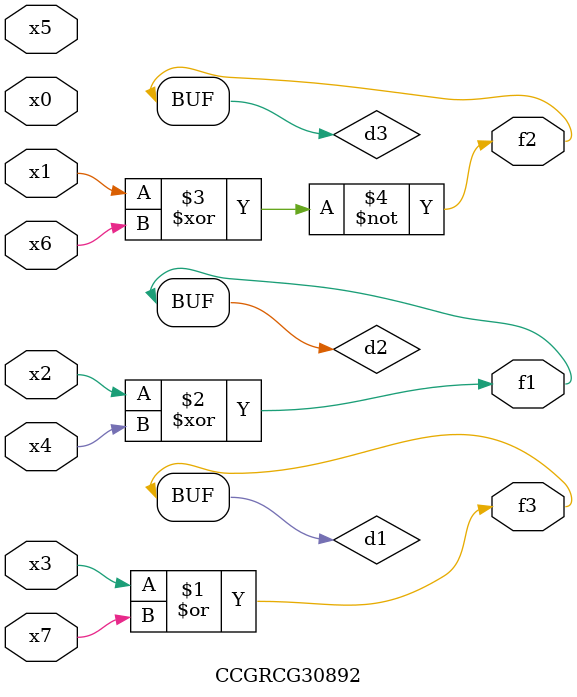
<source format=v>
module CCGRCG30892(
	input x0, x1, x2, x3, x4, x5, x6, x7,
	output f1, f2, f3
);

	wire d1, d2, d3;

	or (d1, x3, x7);
	xor (d2, x2, x4);
	xnor (d3, x1, x6);
	assign f1 = d2;
	assign f2 = d3;
	assign f3 = d1;
endmodule

</source>
